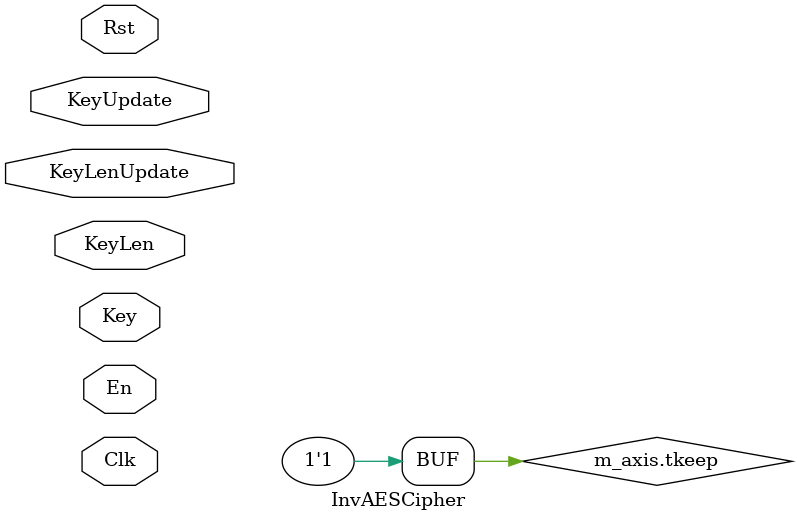
<source format=sv>
`timescale 1ns / 1ps

/*
    AES InvCipher
    Supports AES-128, AES-192, and AES-256
    The wheel key is updated only when necessary
*/
module InvAESCipher(
	input  wire logic         Clk,
    input  wire logic         Rst,
    input  wire logic         En,
    input  wire logic [1:0]   KeyLen,        // 00:128, 01:192, 10:256
	input  wire logic [255:0] Key,           // Top alignment
    input  wire logic         KeyUpdate,     // Update pulse
    input  wire logic         KeyLenUpdate,  // Update pulse

    my_axis_if.slave          s_axis,        // Ciphertext 8-bit input
    my_axis_if.master         m_axis         // Plaintext 128-bit output
);
	typedef enum logic [2:0] {
        IDLE    = 3'd0,
        INPUT   = 3'd1, 
        KEY_GEN = 3'd2,
        S0      = 3'd3, 
        S1      = 3'd4, 
        S2      = 3'd5, 
        OUTPUT  = 3'd6  
    } state_t;
		
	logic [127:0] DataInBufReg, DataInBufNext;
    logic [3:0]   InByteCnt, InByteCntNext;
	logic [255:0] KeyReg, KeyNext;
    logic [1:0]   KeyLenReg, KeyLenNext;

    state_t       StateReg, StateNext;
	logic [3:0]   NReg, NNext;    
	logic [127:0] DReg, DNext;
    logic [127:0] DNext1, DNext2, DNext3;
    
    logic [31:0]  ExpWord;
    logic [5:0]   ExpIndex;
    logic         ExpValid;
    logic         ExpDone;
    logic         ExpStart;
    logic         NeedExpansion;
    
    // Round Keys Storage (Max 15 rounds for AES-256)
    logic [127:0] RoundKeys [0:14];   
    logic [127:0] CurrentRoundKey;
    assign CurrentRoundKey = RoundKeys[NReg];

    // Key Expander Instance
    KeyExpander U_KeyExp(
        .Clk(Clk),
        .Rst(Rst),
        .En(En),
        .Start(ExpStart),
        .KeyLen(KeyLenNext), 
        .KeyIn(KeyNext),     
        .WordOut(ExpWord),
        .WordIndex(ExpIndex),
        .Valid(ExpValid),
        .Done(ExpDone)
    );
    
    // Store Round Keys
    always_ff @(posedge Clk) begin
        if(Rst || !En) begin
            for(int k=0; k<15; k=k+1) RoundKeys[k] <= '0;
        end else if(ExpValid) begin
            case(ExpIndex[1:0])
                2'b00: RoundKeys[ExpIndex[5:2]][127:96] <= ExpWord;
                2'b01: RoundKeys[ExpIndex[5:2]][95:64]  <= ExpWord;
                2'b10: RoundKeys[ExpIndex[5:2]][63:32]  <= ExpWord;
                2'b11: RoundKeys[ExpIndex[5:2]][31:0]   <= ExpWord;
            endcase
        end
    end
    
    // Determine Max Rounds
    logic [3:0] MaxRounds;
    always_comb begin
        case(KeyLenReg)
            2'b00: MaxRounds = 10;
            2'b01: MaxRounds = 12;
            2'b10: MaxRounds = 14;
            default: MaxRounds = 10;
        endcase
    end
    
    // NeedExpansion Logic
    always_ff @(posedge Clk) begin
        if(Rst || !En) begin
            NeedExpansion <= 1'b1;
        end else if(KeyUpdate || KeyLenUpdate) begin
            NeedExpansion <= 1'b1;
        end else if(ExpDone) begin
            NeedExpansion <= 1'b0;
        end
    end
    	
	always_ff @(posedge Clk) begin
		if(Rst || !En) begin
			DataInBufReg  <= '0;
            InByteCnt  <= '0;
            DReg       <= '0;
			KeyReg     <= '0;
            KeyLenReg  <= '0;
			NReg       <= '0;
			StateReg   <= IDLE;
		end
		else begin
			DataInBufReg  <= DataInBufNext;
            InByteCnt  <= InByteCntNext;
            DReg       <= DNext;
			KeyReg     <= KeyNext;
            KeyLenReg  <= KeyLenNext;
			NReg       <= NNext;
			StateReg   <= StateNext;
		end
	end
	
	always_comb begin
		StateNext   = StateReg;
		DataInBufNext = DataInBufReg;
        InByteCntNext = InByteCnt;
        DNext       = DReg;
		KeyNext     = KeyReg;
        KeyLenNext  = KeyLenReg;
		NNext       = NReg;
        ExpStart    = 1'b0;
        
        // Axis defaults
        s_axis.tready = 1'b0;
        m_axis.tvalid = 1'b0;
        m_axis.tdata  = '0;
        m_axis.tkeep  = '1;
        m_axis.tlast  = 1'b0;;
        
		case(StateReg)
            IDLE: begin
                InByteCntNext = 4'd0;
                s_axis.tready = En;
                if (s_axis.tvalid && En) begin
                    DataInBufNext[127 - (InByteCnt * 8) -: 8] = s_axis.tdata;
                    InByteCntNext = 4'd1;                    
                    if (NeedExpansion) begin
                        KeyNext    = Key;
                        KeyLenNext = KeyLen;
                        ExpStart   = 1;
                        StateNext  = KEY_GEN;
                    end else begin
                        StateNext  = INPUT;
                    end
                end
			end
            // Collect the complete plaintext block
            INPUT: begin
                s_axis.tready = 1'b1;
                if (s_axis.tvalid) begin
                    DataInBufNext[127 - (InByteCnt * 8) -: 8] = s_axis.tdata;
                    // Collection completed
                    if (InByteCnt == 4'd15) begin
                        DNext = DataInBufNext; 
                        StateNext = S0;
                    end else begin
                        InByteCntNext = InByteCnt + 1;
                    end
                end
            end            
            // Wait for Key Expansion to complete
            KEY_GEN: begin           
                if(ExpDone) begin
                    StateNext = INPUT;
                end
            end           
            // Round 0 (Last Round Key)
			S0: begin
					DNext = DNext1; 
					NNext = MaxRounds - 1; 
					StateNext = S1;
			end            
            // Rounds 1 to Nr-1
			S1: begin               
				DNext = DNext2; 
                if (NReg == 1) begin
                    StateNext = S2;
                end else begin
				    NNext = NReg - 1;
                end
			end    
            // Round Nr (Key 0)
			S2: begin
                DNext = DNext3;
                StateNext  = OUTPUT;
			end            
            // Output of ciphertext block
            OUTPUT: begin
                m_axis.tvalid = 1'b1;
                m_axis.tdata  = DReg;
                m_axis.tlast  = 1'b1;                
                if (m_axis.tready) begin
                    StateNext = IDLE;
                end
            end
            default: begin
                StateNext = IDLE;
            end
		endcase
	end
	
    // Round Instances
    InvRoundFirst   UR0(.DataIn(DReg), .Key(RoundKeys[MaxRounds]), .DataOut(DNext1));		
    InvRoundGeneral UR1(.DataIn(DReg), .Key(CurrentRoundKey),      .DataOut(DNext2));	
    InvRoundEnd     UR2(.DataIn(DReg), .Key(RoundKeys[0]),         .DataOut(DNext3)); 

endmodule

</source>
